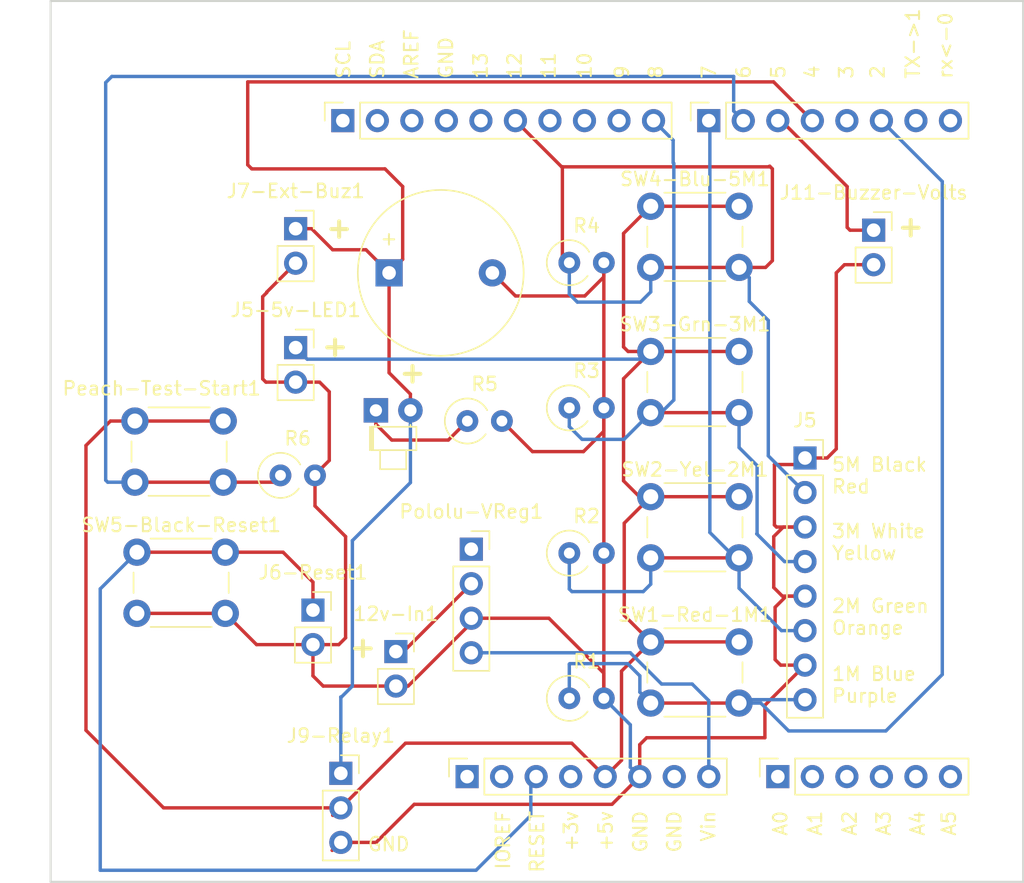
<source format=kicad_pcb>
(kicad_pcb (version 20240108) (generator "pcbnew") (generator_version "8.0")
  (title_block (date "mar. 31 mars 2015"))
  (layers (0 "F.Cu" signal) (31 "B.Cu" signal) (34 "B.Paste" user) (35 "F.Paste" user) (36 "B.SilkS" user "B.Silkscreen") (37 "F.SilkS" user "F.Silkscreen") (38 "B.Mask" user) (39 "F.Mask" user) (44 "Edge.Cuts" user))
  (net 0 "")
  (net 1 "GND")
  (net 3 "+5V")
  (net 4 "/IOREF")
  (net 5 "/A0")
  (net 6 "/A1")
  (net 7 "/A2")
  (net 8 "/A3")
  (net 9 "/SDA{slash}A4")
  (net 10 "/SCL{slash}A5")
  (net 11 "/13")
  (net 12 "/12")
  (net 13 "/AREF")
  (net 14 "/8")
  (net 15 "/7")
  (net 16 "/*11")
  (net 17 "/*10")
  (net 18 "/*9")
  (net 19 "/4")
  (net 20 "/2")
  (net 21 "/*6")
  (net 22 "/*5")
  (net 23 "/TX{slash}1")
  (net 24 "/*3")
  (net 25 "/RX{slash}0")
  (net 26 "+3V3")
  (net 27 "/~{RESET}")
  (net 28 "Net-(D1-LED1-K)")
  (net 29 "Net-(J10-12v-In1-Pin_1)")
  (net 31 "VCC")
  (footprint "Connector_PinSocket_2.54mm:PinSocket_1x08_P2.54mm_Vertical" (layer "F.Cu") (at 127.94 97.46 90)
    (property "Reference" "J1" (hide yes))
    (property "Value" "Power")
  )
  (footprint "Connector_PinSocket_2.54mm:PinSocket_1x06_P2.54mm_Vertical" (layer "F.Cu") (at 150.8 97.46 90)
    (property "Reference" "J3" (hide yes))
    (property "Value" "Analog")
  )
  (footprint "Connector_PinSocket_2.54mm:PinSocket_1x10_P2.54mm_Vertical" (layer "F.Cu") (at 118.796 49.2 90)
    (property "Reference" "J2" (hide yes))
    (property "Value" "Digital/PWM")
  )
  (footprint "Connector_PinSocket_2.54mm:PinSocket_1x08_P2.54mm_Vertical" (layer "F.Cu") (at 145.72 49.2 90)
    (property "Reference" "J4" (hide yes))
    (property "Value" "Digital/PWM")
  )
  (footprint "Button_Switch_THT:SW_PUSH_6mm" (layer "F.Cu") (at 141.45 87.55)
    (property "Reference" "SW1-Red-1M1")
    (property "Value" "~" (hide yes))
  )
  (footprint "Resistor_THT:R_Axial_DIN0309_L9.0mm_D3.2mm_P2.54mm_Vertical" (layer "F.Cu") (at 135.46 91.7)
    (property "Reference" "R1")
    (property "Value" "~" (hide yes))
  )
  (footprint "Connector_PinSocket_2.54mm:PinSocket_1x02_P2.54mm_Vertical" (layer "F.Cu") (at 157.85 57.26)
    (property "Reference" "J11-Buzzer-Volts")
    (property "Value" "J6-Reset" (hide yes))
  )
  (footprint "Button_Switch_THT:SW_PUSH_6mm" (layer "F.Cu") (at 141.45 66.183333)
    (property "Reference" "SW3-Grn-3M1")
    (property "Value" "~" (hide yes))
  )
  (footprint "Button_Switch_THT:SW_PUSH_6mm" (layer "F.Cu") (at 103.65 80.95)
    (property "Reference" "SW5-Black-Reset1")
    (property "Value" "~")
  )
  (footprint "Button_Switch_THT:SW_PUSH_6mm" (layer "F.Cu") (at 141.45 55.5)
    (property "Reference" "SW4-Blu-5M1")
    (property "Value" "~" (hide yes))
  )
  (footprint "Resistor_THT:R_Axial_DIN0309_L9.0mm_D3.2mm_P2.54mm_Vertical" (layer "F.Cu") (at 135.46 59.65)
    (property "Reference" "R4")
    (property "Value" "~" (hide yes))
  )
  (footprint "LED_THT:LED_D1.8mm_W1.8mm_H2.4mm_Horizontal_O1.27mm_Z1.6mm" (layer "F.Cu") (at 121.23 70.515)
    (property "Reference" "D1-LED1" (hide yes))
    (property "Value" "LED")
  )
  (footprint "Arduino_MountingHole:MountingHole_3.2mm" (layer "F.Cu") (at 115.24 49.2)
    (property "Reference" "MH1" (hide yes))
    (property "Value" "MountingHole_3.2mm" (hide yes))
  )
  (footprint "Resistor_THT:R_Axial_DIN0309_L9.0mm_D3.2mm_P2.54mm_Vertical" (layer "F.Cu") (at 135.46 70.333333)
    (property "Reference" "R3")
    (property "Value" "~")
  )
  (footprint "Connector_PinSocket_2.54mm:PinSocket_1x08_P2.54mm_Vertical" (layer "F.Cu") (at 152.8 74.02)
    (property "Reference" "J5")
    (property "Value" "Timers")
  )
  (footprint "Button_Switch_THT:SW_PUSH_6mm" (layer "F.Cu") (at 141.45 76.866666)
    (property "Reference" "SW2-Yel-2M1")
    (property "Value" "~")
  )
  (footprint "Resistor_THT:R_Axial_DIN0309_L9.0mm_D3.2mm_P2.54mm_Vertical" (layer "F.Cu") (at 135.46 81.016666)
    (property "Reference" "R2")
    (property "Value" "~")
  )
  (footprint "Connector_PinSocket_2.54mm:PinSocket_1x04_P2.54mm_Vertical" (layer "F.Cu") (at 128.25 80.73)
    (property "Reference" "Pololu-VReg1")
    (property "Value" "Conn_01x04_Socket" (hide yes))
  )
  (footprint "Connector_PinSocket_2.54mm:PinSocket_1x02_P2.54mm_Vertical" (layer "F.Cu") (at 116.6 85.21)
    (property "Reference" "J6-Reset1")
    (property "Value" "J6-Reset" (hide yes))
  )
  (footprint "Button_Switch_THT:SW_PUSH_6mm" (layer "F.Cu") (at 103.5 71.3)
    (property "Reference" "Peach-Test-Start1")
    (property "Value" "~" (hide yes))
  )
  (footprint "Connector_PinSocket_2.54mm:PinSocket_1x02_P2.54mm_Vertical" (layer "F.Cu") (at 122.7 88.26)
    (property "Reference" "12v-In1")
    (property "Value" "Conn_01x02_Socket" (hide yes))
  )
  (footprint "Buzzer_Beeper:Buzzer_12x9.5RM7.6" (layer "F.Cu") (at 122.2 60.4)
    (property "Reference" "BZ1" (hide yes))
    (property "Value" "Buzzer")
  )
  (footprint "Connector_PinSocket_2.54mm:PinSocket_1x02_P2.54mm_Vertical" (layer "F.Cu") (at 115.325 57.15)
    (property "Reference" "J7-Ext-Buz1")
    (property "Value" "Conn_01x02_Socket" (hide yes))
  )
  (footprint "Connector_PinSocket_2.54mm:PinSocket_1x03_P2.54mm_Vertical" (layer "F.Cu") (at 118.65 97.22)
    (property "Reference" "J9-Relay1")
    (property "Value" "Conn_01x03_Socket" (hide yes))
  )
  (footprint "Resistor_THT:R_Axial_DIN0309_L9.0mm_D3.2mm_P2.54mm_Vertical" (layer "F.Cu") (at 127.96 71.3)
    (property "Reference" "R5")
    (property "Value" "~" (hide yes))
  )
  (footprint "Arduino_MountingHole:MountingHole_3.2mm" (layer "F.Cu") (at 113.97 97.46)
    (property "Reference" "MH2" (hide yes))
    (property "Value" "MountingHole_3.2mm" (hide yes))
  )
  (footprint "Arduino_MountingHole:MountingHole_3.2mm" (layer "F.Cu") (at 166.04 64.44)
    (property "Reference" "MH3" (hide yes))
    (property "Value" "MountingHole_3.2mm" (hide yes))
  )
  (footprint "Arduino_MountingHole:MountingHole_3.2mm" (layer "F.Cu") (at 166.04 92.38)
    (property "Reference" "MH4" (hide yes))
    (property "Value" "MountingHole_3.2mm" (hide yes))
  )
  (footprint "Connector_PinSocket_2.54mm:PinSocket_1x02_P2.54mm_Vertical" (layer "F.Cu") (at 115.325 65.9)
    (property "Reference" "J5-5v-LED1")
    (property "Value" "Conn_01x02_Socket" (hide yes))
  )
  (footprint "Resistor_THT:R_Axial_DIN0309_L9.0mm_D3.2mm_P2.54mm_Vertical" (layer "F.Cu") (at 114.21 75.3)
    (property "Reference" "R6")
    (property "Value" "~" (hide yes))
  )
  (gr_line (start 97.3 40.4) (end 97.3 105.2) (stroke (width 0.15)) (layer "Edge.Cuts"))
  (gr_line (start 168.85 40.4) (end 97.3 40.4) (stroke (width 0.15)) (layer "Edge.Cuts"))
  (gr_line (start 168.85 40.4) (end 168.85 105.2) (stroke (width 0.15)) (layer "Edge.Cuts"))
  (gr_line (start 168.85 105.2) (end 97.3 105.2) (stroke (width 0.15)) (layer "Edge.Cuts"))
  (gr_text "rx<-0" (at 162.55 46.2 90) (layer "F.SilkS") (effects (font (size 1 1)) (justify left top)))
  (gr_text "2" (at 157.55 46.2 90) (layer "F.SilkS") (effects (font (size 1 1)) (justify left top)))
  (gr_text "6" (at 147.7 46.2 90) (layer "F.SilkS") (effects (font (size 1 1)) (justify left top)))
  (gr_text "13" (at 128.35 46.2 90) (layer "F.SilkS") (effects (font (size 1 1)) (justify left top)))
  (gr_text "+3v" (at 135 103.042857 90) (layer "F.SilkS") (effects (font (size 1 1)) (justify left top)))
  (gr_text "4" (at 152.75 46.2 90) (layer "F.SilkS") (effects (font (size 1 1)) (justify left top)))
  (gr_text "7" (at 145.15 46.2 90) (layer "F.SilkS") (effects (font (size 1 1)) (justify left top)))
  (gr_text "3M White\nYellow" (at 154.7 81.6 0) (layer "F.SilkS") (effects (font (size 1 1)) (justify left bottom)))
  (gr_text "A1" (at 152.95 101.9 90) (layer "F.SilkS") (effects (font (size 1 1)) (justify left top)))
  (gr_text "GND" (at 142.6 103.138095 90) (layer "F.SilkS") (effects (font (size 1 1)) (justify left top)))
  (gr_text "11" (at 133.35 46.2 90) (layer "F.SilkS") (effects (font (size 1 1)) (justify left top)))
  (gr_text "+" (at 119.15 88.8 0) (layer "F.SilkS") (effects (font (size 1.5 1.5) (thickness 0.3) (bold yes)) (justify left bottom)))
  (gr_text "8" (at 141.25 46.2 90) (layer "F.SilkS") (effects (font (size 1 1)) (justify left top)))
  (gr_text "A2" (at 155.5 101.9 90) (layer "F.SilkS") (effects (font (size 1 1)) (justify left top)))
  (gr_text "SCL" (at 118.25 46.2 90) (layer "F.SilkS") (effects (font (size 1 1)) (justify left top)))
  (gr_text "+" (at 159.45 57.85 0) (layer "F.SilkS") (effects (font (size 1.5 1.5) (thickness 0.3) (bold yes)) (justify left bottom)))
  (gr_text "+" (at 122.8 68.6 0) (layer "F.SilkS") (effects (font (size 1.5 1.5) (thickness 0.3) (bold yes)) (justify left bottom)))
  (gr_text "A4" (at 160.5 101.9 90) (layer "F.SilkS") (effects (font (size 1 1)) (justify left top)))
  (gr_text "A3" (at 158 101.9 90) (layer "F.SilkS") (effects (font (size 1 1)) (justify left top)))
  (gr_text "GND" (at 125.8 46.2 90) (layer "F.SilkS") (effects (font (size 1 1)) (justify left top)))
  (gr_text "9" (at 138.75 46.2 90) (layer "F.SilkS") (effects (font (size 1 1)) (justify left top)))
  (gr_text "2M Green\nOrange" (at 154.7 87.1 0) (layer "F.SilkS") (effects (font (size 1 1)) (justify left bottom)))
  (gr_text "IOREF" (at 130 104.37619 90) (layer "F.SilkS") (effects (font (size 1 1)) (justify left top)))
  (gr_text "+5v" (at 137.55 103.042857 90) (layer "F.SilkS") (effects (font (size 1 1)) (justify left top)))
  (gr_text "AREF" (at 123.25 46.2 90) (layer "F.SilkS") (effects (font (size 1 1)) (justify left top)))
  (gr_text "GND" (at 120.55 101.85 0) (layer "F.SilkS") (effects (font (size 1 1) (thickness 0.15) (bold yes)) (justify left top)))
  (gr_text "12" (at 130.85 46.2 90) (layer "F.SilkS") (effects (font (size 1 1)) (justify left top)))
  (gr_text "A5" (at 162.8 101.9 90) (layer "F.SilkS") (effects (font (size 1 1)) (justify left top)))
  (gr_text "3" (at 155.25 46.2 90) (layer "F.SilkS") (effects (font (size 1 1)) (justify left top)))
  (gr_text "5" (at 150.25 46.2 90) (layer "F.SilkS") (effects (font (size 1 1)) (justify left top)))
  (gr_text "5M Black\nRed" (at 154.7 76.7 0) (layer "F.SilkS") (effects (font (size 1 1)) (justify left bottom)))
  (gr_text "1M Blue\nPurple" (at 154.7 92.1 0) (layer "F.SilkS") (effects (font (size 1 1)) (justify left bottom)))
  (gr_text "SDA" (at 120.75 46.2 90) (layer "F.SilkS") (effects (font (size 1 1)) (justify left top)))
  (gr_text "Vin" (at 145.1 102.328571 90) (layer "F.SilkS") (effects (font (size 1 1)) (justify left top)))
  (gr_text "+" (at 117.1 66.65 0) (layer "F.SilkS") (effects (font (size 1.5 1.5) (thickness 0.3) (bold yes)) (justify left bottom)))
  (gr_text "RESET" (at 132.5 104.614286 90) (layer "F.SilkS") (effects (font (size 1 1)) (justify left top)))
  (gr_text "GND" (at 140.1 103.138095 90) (layer "F.SilkS") (effects (font (size 1 1)) (justify left top)))
  (gr_text "+" (at 117.4 57.95 0) (layer "F.SilkS") (effects (font (size 1.5 1.5) (thickness 0.3) (bold yes)) (justify left bottom)))
  (gr_text "10" (at 136 46.2 90) (layer "F.SilkS") (effects (font (size 1 1)) (justify left top)))
  (gr_text "TX->1" (at 160.15 46.2 90) (layer "F.SilkS") (effects (font (size 1 1)) (justify left top)))
  (gr_text "A0" (at 150.4 101.9 90) (layer "F.SilkS") (effects (font (size 1 1)) (justify left top)))
  (segment (start 110.76 84.84) (end 110.15 85.45) (width 0.25) (layer "F.Cu") (net 1))
  (segment (start 116.6 87.75) (end 112.45 87.75) (width 0.25) (layer "F.Cu") (net 1))
  (segment (start 117.8 69.15) (end 117.8 74.2) (width 0.25) (layer "F.Cu") (net 1))
  (segment (start 112.45 87.75) (end 110.15 85.45) (width 0.25) (layer "F.Cu") (net 1))
  (segment (start 150.55 78.95) (end 150.55 74.5) (width 0.25) (layer "F.Cu") (net 1))
  (segment (start 133.96 85.81) (end 128.25 85.81) (width 0.25) (layer "F.Cu") (net 1))
  (segment (start 103.65 85.45) (end 110.15 85.45) (width 0.25) (layer "F.Cu") (net 1))
  (segment (start 150.6 85) (end 151.42 84.18) (width 0.25) (layer "F.Cu") (net 1))
  (segment (start 128.25 86.15) (end 123.6 90.8) (width 0.25) (layer "F.Cu") (net 1))
  (segment (start 140.64 95.11) (end 141.15 94.6) (width 0.25) (layer "F.Cu") (net 1))
  (segment (start 150.6 88.85) (end 150.6 85) (width 0.25) (layer "F.Cu") (net 1))
  (segment (start 113.2 61.85) (end 113.2 61.815) (width 0.25) (layer "F.Cu") (net 1))
  (segment (start 117.09 68.44) (end 117.8 69.15) (width 0.25) (layer "F.Cu") (net 1))
  (segment (start 112.9 68.2) (end 112.9 62.15) (width 0.25) (layer "F.Cu") (net 1))
  (segment (start 118.6 102.3) (end 121.25 102.3) (width 0.25) (layer "F.Cu") (net 1))
  (segment (start 138 91.7) (end 138 89.85) (width 0.25) (layer "F.Cu") (net 1))
  (segment (start 119 79.8) (end 116.75 77.55) (width 0.25) (layer "F.Cu") (net 1))
  (segment (start 132.75 73.55) (end 130.5 71.3) (width 0.25) (layer "F.Cu") (net 1))
  (segment (start 151.2 79.1) (end 152.8 79.1) (width 0.25) (layer "F.Cu") (net 1))
  (segment (start 150.5 79.8) (end 151.2 79.1) (width 0.25) (layer "F.Cu") (net 1))
  (segment (start 152.8 84.18) (end 151.13 84.18) (width 0.25) (layer "F.Cu") (net 1))
  (segment (start 138 89.85) (end 133.96 85.81) (width 0.25) (layer "F.Cu") (net 1))
  (segment (start 138 59.65) (end 138 60.7) (width 0.25) (layer "F.Cu") (net 1))
  (segment (start 117.35 90.8) (end 122.7 90.8) (width 0.25) (layer "F.Cu") (net 1))
  (segment (start 116.6 87.75) (end 118.5 87.75) (width 0.25) (layer "F.Cu") (net 1))
  (segment (start 140.64 97.46) (end 140.64 95.11) (width 0.25) (layer "F.Cu") (net 1))
  (segment (start 150.5 83.55) (end 150.5 79.8) (width 0.25) (layer "F.Cu") (net 1))
  (segment (start 154.43 74.02) (end 155.1 73.35) (width 0.25) (layer "F.Cu") (net 1))
  (segment (start 138 81.016666) (end 138 70.333333) (width 0.25) (layer "F.Cu") (net 1))
  (segment (start 119 87.25) (end 119 79.8) (width 0.25) (layer "F.Cu") (net 1))
  (segment (start 112.9 62.15) (end 113.2 61.85) (width 0.25) (layer "F.Cu") (net 1))
  (segment (start 118.01 102.89) (end 118.6 102.3) (width 0.25) (layer "F.Cu") (net 1))
  (segment (start 138 72.05) (end 136.5 73.55) (width 0.25) (layer "F.Cu") (net 1))
  (segment (start 116.75 77.55) (end 116.75 75.3) (width 0.25) (layer "F.Cu") (net 1))
  (segment (start 116.6 90.05) (end 117.35 90.8) (width 0.25) (layer "F.Cu") (net 1))
  (segment (start 121.25 102.3) (end 124.05 99.5) (width 0.25) (layer "F.Cu") (net 1))
  (segment (start 138 91.7) (end 138 81.016666) (width 0.25) (layer "F.Cu") (net 1))
  (segment (start 117.8 74.2) (end 116.75 75.25) (width 0.25) (layer "F.Cu") (net 1))
  (segment (start 116.75 75.25) (end 116.75 75.3) (width 0.25) (layer "F.Cu") (net 1))
  (segment (start 150.7 79.1) (end 150.55 78.95) (width 0.25) (layer "F.Cu") (net 1))
  (segment (start 152.8 74.02) (end 154.43 74.02) (width 0.25) (layer "F.Cu") (net 1))
  (segment (start 138 70.333333) (end 138 72.05) (width 0.25) (layer "F.Cu") (net 1))
  (segment (start 151.01 89.26) (end 150.6 88.85) (width 0.25) (layer "F.Cu") (net 1))
  (segment (start 124.05 99.5) (end 138.6 99.5) (width 0.25) (layer "F.Cu") (net 1))
  (segment (start 115.325 68.44) (end 117.09 68.44) (width 0.25) (layer "F.Cu") (net 1))
  (segment (start 128.25 85.81) (end 128.25 86.15) (width 0.25) (layer "F.Cu") (net 1))
  (segment (start 115.325 68.44) (end 113.14 68.44) (width 0.25) (layer "F.Cu") (net 1))
  (segment (start 152.8 79.1) (end 150.7 79.1) (width 0.25) (layer "F.Cu") (net 1))
  (segment (start 136.5 73.55) (end 132.75 73.55) (width 0.25) (layer "F.Cu") (net 1))
  (segment (start 116.6 87.75) (end 116.6 90.05) (width 0.25) (layer "F.Cu") (net 1))
  (segment (start 118.5 87.75) (end 119 87.25) (width 0.25) (layer "F.Cu") (net 1))
  (segment (start 131.5 62.1) (end 129.8 60.4) (width 0.25) (layer "F.Cu") (net 1))
  (segment (start 150.55 74.5) (end 152.32 74.5) (width 0.25) (layer "F.Cu") (net 1))
  (segment (start 138 70.333333) (end 138 59.65) (width 0.25) (layer "F.Cu") (net 1))
  (segment (start 152.32 74.5) (end 152.8 74.02) (width 0.25) (layer "F.Cu") (net 1))
  (segment (start 113.2 61.815) (end 115.325 59.69) (width 0.25) (layer "F.Cu") (net 1))
  (segment (start 123.6 90.8) (end 122.7 90.8) (width 0.25) (layer "F.Cu") (net 1))
  (segment (start 155.1 60.4) (end 155.7 59.8) (width 0.25) (layer "F.Cu") (net 1))
  (segment (start 151.13 84.18) (end 150.5 83.55) (width 0.25) (layer "F.Cu") (net 1))
  (segment (start 149.85 94.6) (end 149.85 92.21) (width 0.25) (layer "F.Cu") (net 1))
  (segment (start 151.42 84.18) (end 152.8 84.18) (width 0.25) (layer "F.Cu") (net 1))
  (segment (start 138 60.7) (end 136.6 62.1) (width 0.25) (layer "F.Cu") (net 1))
  (segment (start 149.85 92.21) (end 152.8 89.26) (width 0.25) (layer "F.Cu") (net 1))
  (segment (start 136.6 62.1) (end 131.5 62.1) (width 0.25) (layer "F.Cu") (net 1))
  (segment (start 138.6 99.5) (end 140.64 97.46) (width 0.25) (layer "F.Cu") (net 1))
  (segment (start 141.15 94.6) (end 149.85 94.6) (width 0.25) (layer "F.Cu") (net 1))
  (segment (start 113.14 68.44) (end 112.9 68.2) (width 0.25) (layer "F.Cu") (net 1))
  (segment (start 155.1 73.35) (end 155.1 60.4) (width 0.25) (layer "F.Cu") (net 1))
  (segment (start 155.7 59.8) (end 157.85 59.8) (width 0.25) (layer "F.Cu") (net 1))
  (segment (start 152.8 89.26) (end 151.01 89.26) (width 0.25) (layer "F.Cu") (net 1))
  (segment (start 145.72 91.87) (end 145.72 97.46) (width 0.25) (layer "B.Cu") (net 1))
  (segment (start 144.5 90.65) (end 145.72 91.87) (width 0.25) (layer "B.Cu") (net 1))
  (segment (start 140.64 97.46) (end 139.95 96.77) (width 0.25) (layer "B.Cu") (net 1))
  (segment (start 142.25 90.65) (end 144.5 90.65) (width 0.25) (layer "B.Cu") (net 1))
  (segment (start 128.25 88.35) (end 139.95 88.35) (width 0.25) (layer "B.Cu") (net 1))
  (segment (start 139.95 96.77) (end 139.95 93.65) (width 0.25) (layer "B.Cu") (net 1))
  (segment (start 139.95 93.65) (end 138 91.7) (width 0.25) (layer "B.Cu") (net 1))
  (segment (start 139.95 88.35) (end 142.25 90.65) (width 0.25) (layer "B.Cu") (net 1))
  (segment (start 101.7 71.3) (end 103.5 71.3) (width 0.25) (layer "F.Cu") (net 3))
  (segment (start 135.64 95) (end 138.1 97.46) (width 0.25) (layer "F.Cu") (net 3))
  (segment (start 103.5 71.3) (end 110 71.3) (width 0.25) (layer "F.Cu") (net 3))
  (segment (start 141.45 55.5) (end 147.95 55.5) (width 0.25) (layer "F.Cu") (net 3))
  (segment (start 139.45 68.183333) (end 141.45 66.183333) (width 0.25) (layer "F.Cu") (net 3))
  (segment (start 139.783333 66.183333) (end 139.45 65.85) (width 0.25) (layer "F.Cu") (net 3))
  (segment (start 138.1 97.46) (end 139.3 96.26) (width 0.25) (layer "F.Cu") (net 3))
  (segment (start 139.45 57.5) (end 141.45 55.5) (width 0.25) (layer "F.Cu") (net 3))
  (segment (start 141.45 76.866666) (end 140.616666 76.866666) (width 0.25) (layer "F.Cu") (net 3))
  (segment (start 118.65 99.76) (end 105.61 99.76) (width 0.25) (layer "F.Cu") (net 3))
  (segment (start 141.45 66.183333) (end 147.95 66.183333) (width 0.25) (layer "F.Cu") (net 3))
  (segment (start 118.05 100.31) (end 118.1 100.31) (width 0.25) (layer "F.Cu") (net 3))
  (segment (start 123.41 95) (end 135.64 95) (width 0.25) (layer "F.Cu") (net 3))
  (segment (start 141.45 87.55) (end 139.5 85.6) (width 0.25) (layer "F.Cu") (net 3))
  (segment (start 139.5 85.6) (end 139.5 78.816666) (width 0.25) (layer "F.Cu") (net 3))
  (segment (start 139.45 65.85) (end 139.45 57.5) (width 0.25) (layer "F.Cu") (net 3))
  (segment (start 99.9 73.1) (end 101.7 71.3) (width 0.25) (layer "F.Cu") (net 3))
  (segment (start 105.61 99.76) (end 99.9 94.05) (width 0.25) (layer "F.Cu") (net 3))
  (segment (start 139.5 78.816666) (end 141.45 76.866666) (width 0.25) (layer "F.Cu") (net 3))
  (segment (start 118.1 100.31) (end 123.41 95) (width 0.25) (layer "F.Cu") (net 3))
  (segment (start 141.45 76.866666) (end 147.95 76.866666) (width 0.25) (layer "F.Cu") (net 3))
  (segment (start 140.616666 76.866666) (end 139.45 75.7) (width 0.25) (layer "F.Cu") (net 3))
  (segment (start 141.45 66.183333) (end 139.783333 66.183333) (width 0.25) (layer "F.Cu") (net 3))
  (segment (start 139.3 89.7) (end 141.45 87.55) (width 0.25) (layer "F.Cu") (net 3))
  (segment (start 99.9 94.05) (end 99.9 73.1) (width 0.25) (layer "F.Cu") (net 3))
  (segment (start 139.45 75.7) (end 139.45 68.183333) (width 0.25) (layer "F.Cu") (net 3))
  (segment (start 139.3 96.26) (end 139.3 89.7) (width 0.25) (layer "F.Cu") (net 3))
  (segment (start 141.45 87.55) (end 147.95 87.55) (width 0.25) (layer "F.Cu") (net 3))
  (segment (start 141.45 66.183333) (end 140.883333 66.75) (width 0.25) (layer "B.Cu") (net 3))
  (segment (start 116.175 66.75) (end 115.325 65.9) (width 0.25) (layer "B.Cu") (net 3))
  (segment (start 140.883333 66.75) (end 116.175 66.75) (width 0.25) (layer "B.Cu") (net 3))
  (segment (start 149.9 60) (end 150.4 59.5) (width 0.25) (layer "F.Cu") (net 12))
  (segment (start 141.45 60) (end 147.95 60) (width 0.25) (layer "F.Cu") (net 12))
  (segment (start 134.95 52.6) (end 134.95 59.14) (width 0.25) (layer "F.Cu") (net 12))
  (segment (start 150.2 52.55) (end 150.15 52.6) (width 0.25) (layer "F.Cu") (net 12))
  (segment (start 147.95 60) (end 149.9 60) (width 0.25) (layer "F.Cu") (net 12))
  (segment (start 150.4 59.5) (end 150.4 52.75) (width 0.25) (layer "F.Cu") (net 12))
  (segment (start 134.95 59.14) (end 135.46 59.65) (width 0.25) (layer "F.Cu") (net 12))
  (segment (start 134.95 52.6) (end 134.896 52.6) (width 0.25) (layer "F.Cu") (net 12))
  (segment (start 150.15 52.6) (end 134.95 52.6) (width 0.25) (layer "F.Cu") (net 12))
  (segment (start 150.4 52.75) (end 150.2 52.55) (width 0.25) (layer "F.Cu") (net 12))
  (segment (start 134.896 52.6) (end 131.496 49.2) (width 0.25) (layer "F.Cu") (net 12))
  (segment (start 150.1 63.9) (end 150.1 73.86) (width 0.25) (layer "B.Cu") (net 12))
  (segment (start 141.45 60) (end 141.45 61.8) (width 0.25) (layer "B.Cu") (net 12))
  (segment (start 135.46 61.96) (end 135.46 59.65) (width 0.25) (layer "B.Cu") (net 12))
  (segment (start 148.7 62.5) (end 150.1 63.9) (width 0.25) (layer "B.Cu") (net 12))
  (segment (start 140.7 62.55) (end 136.05 62.55) (width 0.25) (layer "B.Cu") (net 12))
  (segment (start 136.05 62.55) (end 135.46 61.96) (width 0.25) (layer "B.Cu") (net 12))
  (segment (start 141.45 61.8) (end 140.7 62.55) (width 0.25) (layer "B.Cu") (net 12))
  (segment (start 148.7 60.75) (end 148.7 62.5) (width 0.25) (layer "B.Cu") (net 12))
  (segment (start 147.95 60) (end 148.7 60.75) (width 0.25) (layer "B.Cu") (net 12))
  (segment (start 150.1 73.86) (end 152.8 76.56) (width 0.25) (layer "B.Cu") (net 12))
  (segment (start 141.45 70.683333) (end 147.95 70.683333) (width 0.25) (layer "F.Cu") (net 14))
  (segment (start 143.15 52.35) (end 143.1 52.3) (width 0.25) (layer "B.Cu") (net 14))
  (segment (start 143.15 69.75) (end 143.15 52.35) (width 0.25) (layer "B.Cu") (net 14))
  (segment (start 135.46 71.71) (end 135.46 70.333333) (width 0.25) (layer "B.Cu") (net 14))
  (segment (start 141.45 70.683333) (end 139.483333 72.65) (width 0.25) (layer "B.Cu") (net 14))
  (segment (start 151.29 81.64) (end 152.8 81.64) (width 0.25) (layer "B.Cu") (net 14))
  (segment (start 149.275 79.575) (end 149.25 79.6) (width 0.25) (layer "B.Cu") (net 14))
  (segment (start 142.216667 70.683333) (end 143.15 69.75) (width 0.25) (layer "B.Cu") (net 14))
  (segment (start 147.95 73.25) (end 149.275 74.575) (width 0.25) (layer "B.Cu") (net 14))
  (segment (start 149.25 79.6) (end 151.29 81.64) (width 0.25) (layer "B.Cu") (net 14))
  (segment (start 143.1 52.3) (end 143.1 50.644) (width 0.25) (layer "B.Cu") (net 14))
  (segment (start 141.45 70.683333) (end 142.216667 70.683333) (width 0.25) (layer "B.Cu") (net 14))
  (segment (start 149.275 74.575) (end 149.275 79.575) (width 0.25) (layer "B.Cu") (net 14))
  (segment (start 143.1 50.644) (end 141.656 49.2) (width 0.25) (layer "B.Cu") (net 14))
  (segment (start 136.4 72.65) (end 135.46 71.71) (width 0.25) (layer "B.Cu") (net 14))
  (segment (start 139.483333 72.65) (end 136.4 72.65) (width 0.25) (layer "B.Cu") (net 14))
  (segment (start 147.95 70.683333) (end 147.95 73.25) (width 0.25) (layer "B.Cu") (net 14))
  (segment (start 141.45 81.366666) (end 147.95 81.366666) (width 0.25) (layer "F.Cu") (net 15))
  (segment (start 141.45 83.3) (end 140.9 83.85) (width 0.25) (layer "B.Cu") (net 15))
  (segment (start 147.95 83.6) (end 151.07 86.72) (width 0.25) (layer "B.Cu") (net 15))
  (segment (start 147.95 81.366666) (end 147.666666 81.366666) (width 0.25) (layer "B.Cu") (net 15))
  (segment (start 145.8 79.5) (end 145.8 49.28) (width 0.25) (layer "B.Cu") (net 15))
  (segment (start 140.9 83.85) (end 135.65 83.85) (width 0.25) (layer "B.Cu") (net 15))
  (segment (start 147.95 81.366666) (end 147.95 83.6) (width 0.25) (layer "B.Cu") (net 15))
  (segment (start 135.65 83.85) (end 135.46 83.66) (width 0.25) (layer "B.Cu") (net 15))
  (segment (start 145.8 49.28) (end 145.72 49.2) (width 0.25) (layer "B.Cu") (net 15))
  (segment (start 147.666666 81.366666) (end 145.8 79.5) (width 0.25) (layer "B.Cu") (net 15))
  (segment (start 151.07 86.72) (end 152.8 86.72) (width 0.25) (layer "B.Cu") (net 15))
  (segment (start 135.46 83.66) (end 135.46 81.016666) (width 0.25) (layer "B.Cu") (net 15))
  (segment (start 141.45 81.366666) (end 141.45 83.3) (width 0.25) (layer "B.Cu") (net 15))
  (segment (start 120.5 58.7) (end 122.2 60.4) (width 0.25) (layer "F.Cu") (net 19))
  (segment (start 112.1 52.75) (end 111.8 52.45) (width 0.25) (layer "F.Cu") (net 19))
  (segment (start 115.325 57.15) (end 116.5 57.15) (width 0.25) (layer "F.Cu") (net 19))
  (segment (start 121.9 52.75) (end 112.1 52.75) (width 0.25) (layer "F.Cu") (net 19))
  (segment (start 118.05 58.7) (end 120.5 58.7) (width 0.25) (layer "F.Cu") (net 19))
  (segment (start 123.2 54.05) (end 121.9 52.75) (width 0.25) (layer "F.Cu") (net 19))
  (segment (start 122.2 67.75) (end 123.77 69.32) (width 0.25) (layer "F.Cu") (net 19))
  (segment (start 111.8 46.35) (end 150.49 46.35) (width 0.25) (layer "F.Cu") (net 19))
  (segment (start 150.49 46.35) (end 153.34 49.2) (width 0.25) (layer "F.Cu") (net 19))
  (segment (start 111.8 52.45) (end 111.8 46.35) (width 0.25) (layer "F.Cu") (net 19))
  (segment (start 122.2 60.4) (end 123.2 59.4) (width 0.25) (layer "F.Cu") (net 19))
  (segment (start 116.5 57.15) (end 118.05 58.7) (width 0.25) (layer "F.Cu") (net 19))
  (segment (start 123.2 59.4) (end 123.2 54.05) (width 0.25) (layer "F.Cu") (net 19))
  (segment (start 123.77 69.32) (end 123.77 70.515) (width 0.25) (layer "F.Cu") (net 19))
  (segment (start 122.2 60.4) (end 122.2 67.75) (width 0.25) (layer "F.Cu") (net 19))
  (segment (start 123.77 70.515) (end 123.77 75.83) (width 0.25) (layer "B.Cu") (net 19))
  (segment (start 119.5 80.1) (end 119.5 90.8) (width 0.25) (layer "B.Cu") (net 19))
  (segment (start 118.7 91.6) (end 118.65 91.6) (width 0.25) (layer "B.Cu") (net 19))
  (segment (start 119.5 90.8) (end 118.7 91.6) (width 0.25) (layer "B.Cu") (net 19))
  (segment (start 118.65 91.6) (end 118.65 97.22) (width 0.25) (layer "B.Cu") (net 19))
  (segment (start 123.77 75.83) (end 119.5 80.1) (width 0.25) (layer "B.Cu") (net 19))
  (segment (start 141.45 92.05) (end 147.95 92.05) (width 0.25) (layer "F.Cu") (net 20))
  (segment (start 135.5 89.15) (end 135.46 89.19) (width 0.25) (layer "B.Cu") (net 20))
  (segment (start 147.95 92.05) (end 149.55 92.05) (width 0.25) (layer "B.Cu") (net 20))
  (segment (start 149.55 92.05) (end 151.6 94.1) (width 0.25) (layer "B.Cu") (net 20))
  (segment (start 148.4 91.8) (end 152.8 91.8) (width 0.25) (layer "B.Cu") (net 20))
  (segment (start 158.75 94.1) (end 162.9 89.95) (width 0.25) (layer "B.Cu") (net 20))
  (segment (start 162.9 89.95) (end 162.9 53.68) (width 0.25) (layer "B.Cu") (net 20))
  (segment (start 148.15 92.05) (end 148.4 91.8) (width 0.25) (layer "B.Cu") (net 20))
  (segment (start 140.65 91.25) (end 140.65 90.05) (width 0.25) (layer "B.Cu") (net 20))
  (segment (start 139.75 89.15) (end 135.5 89.15) (width 0.25) (layer "B.Cu") (net 20))
  (segment (start 141.45 92.05) (end 140.65 91.25) (width 0.25) (layer "B.Cu") (net 20))
  (segment (start 162.9 53.68) (end 158.42 49.2) (width 0.25) (layer "B.Cu") (net 20))
  (segment (start 135.46 89.19) (end 135.46 91.7) (width 0.25) (layer "B.Cu") (net 20))
  (segment (start 151.6 94.1) (end 158.75 94.1) (width 0.25) (layer "B.Cu") (net 20))
  (segment (start 140.65 90.05) (end 139.75 89.15) (width 0.25) (layer "B.Cu") (net 20))
  (segment (start 147.95 92.05) (end 148.15 92.05) (width 0.25) (layer "B.Cu") (net 20))
  (segment (start 113.71 75.8) (end 114.21 75.3) (width 0.25) (layer "F.Cu") (net 21))
  (segment (start 103.5 75.8) (end 110 75.8) (width 0.25) (layer "F.Cu") (net 21))
  (segment (start 110 75.8) (end 113.71 75.8) (width 0.25) (layer "F.Cu") (net 21))
  (segment (start 101.8 45.95) (end 147.55 45.95) (width 0.25) (layer "B.Cu") (net 21))
  (segment (start 101.35 46.4) (end 101.8 45.95) (width 0.25) (layer "B.Cu") (net 21))
  (segment (start 101.35 75.65) (end 101.35 46.4) (width 0.25) (layer "B.Cu") (net 21))
  (segment (start 147.55 45.95) (end 147.55 48.49) (width 0.25) (layer "B.Cu") (net 21))
  (segment (start 147.55 48.49) (end 148.26 49.2) (width 0.25) (layer "B.Cu") (net 21))
  (segment (start 103.5 75.8) (end 101.5 75.8) (width 0.25) (layer "B.Cu") (net 21))
  (segment (start 101.5 75.8) (end 101.35 75.65) (width 0.25) (layer "B.Cu") (net 21))
  (segment (start 155.9 54.05) (end 151.05 49.2) (width 0.25) (layer "F.Cu") (net 22))
  (segment (start 156.11 57.26) (end 155.9 57.05) (width 0.25) (layer "F.Cu") (net 22))
  (segment (start 151.05 49.2) (end 150.8 49.2) (width 0.25) (layer "F.Cu") (net 22))
  (segment (start 157.85 57.26) (end 156.11 57.26) (width 0.25) (layer "F.Cu") (net 22))
  (segment (start 155.9 57.05) (end 155.9 54.05) (width 0.25) (layer "F.Cu") (net 22))
  (segment (start 114.4 80.95) (end 110.15 80.95) (width 0.25) (layer "F.Cu") (net 27))
  (segment (start 103.65 80.95) (end 110.15 80.95) (width 0.25) (layer "F.Cu") (net 27))
  (segment (start 116.6 85.21) (end 116.6 83.15) (width 0.25) (layer "F.Cu") (net 27))
  (segment (start 116.6 83.15) (end 114.4 80.95) (width 0.25) (layer "F.Cu") (net 27))
  (segment (start 128.6 104.35) (end 100.95 104.35) (width 0.25) (layer "B.Cu") (net 27))
  (segment (start 100.95 104.35) (end 100.95 83.65) (width 0.25) (layer "B.Cu") (net 27))
  (segment (start 132.628401 100.321599) (end 128.6 104.35) (width 0.25) (layer "B.Cu") (net 27))
  (segment (start 132.628401 97.946701) (end 132.628401 100.321599) (width 0.25) (layer "B.Cu") (net 27))
  (segment (start 100.95 83.65) (end 103.65 80.95) (width 0.25) (layer "B.Cu") (net 27))
  (segment (start 121.23 71.53) (end 122.4 72.7) (width 0.25) (layer "F.Cu") (net 28))
  (segment (start 126.56 72.7) (end 127.96 71.3) (width 0.25) (layer "F.Cu") (net 28))
  (segment (start 121.23 70.515) (end 121.23 71.53) (width 0.25) (layer "F.Cu") (net 28))
  (segment (start 122.4 72.7) (end 126.56 72.7) (width 0.25) (layer "F.Cu") (net 28))
  (segment (start 123.26 88.26) (end 128.25 83.27) (width 0.25) (layer "F.Cu") (net 29))
  (segment (start 122.7 88.26) (end 123.26 88.26) (width 0.25) (layer "F.Cu") (net 29))
)
</source>
